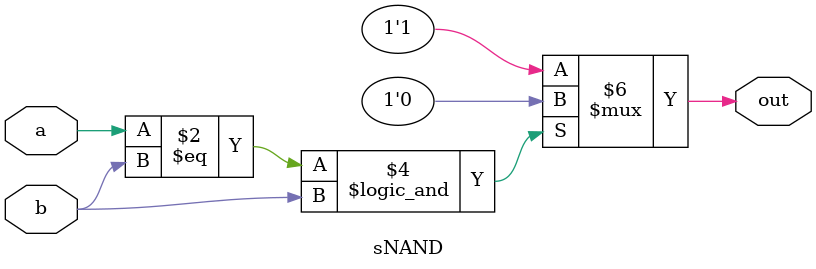
<source format=v>


module sNAND (a, b, out);
input a, b;
output out;

reg out;

always @(*) begin
    if (a == b && b == 1'b1) begin
        out = 1'b0;
    end

    else begin
        out = 1'b1;
    end
end

endmodule
</source>
